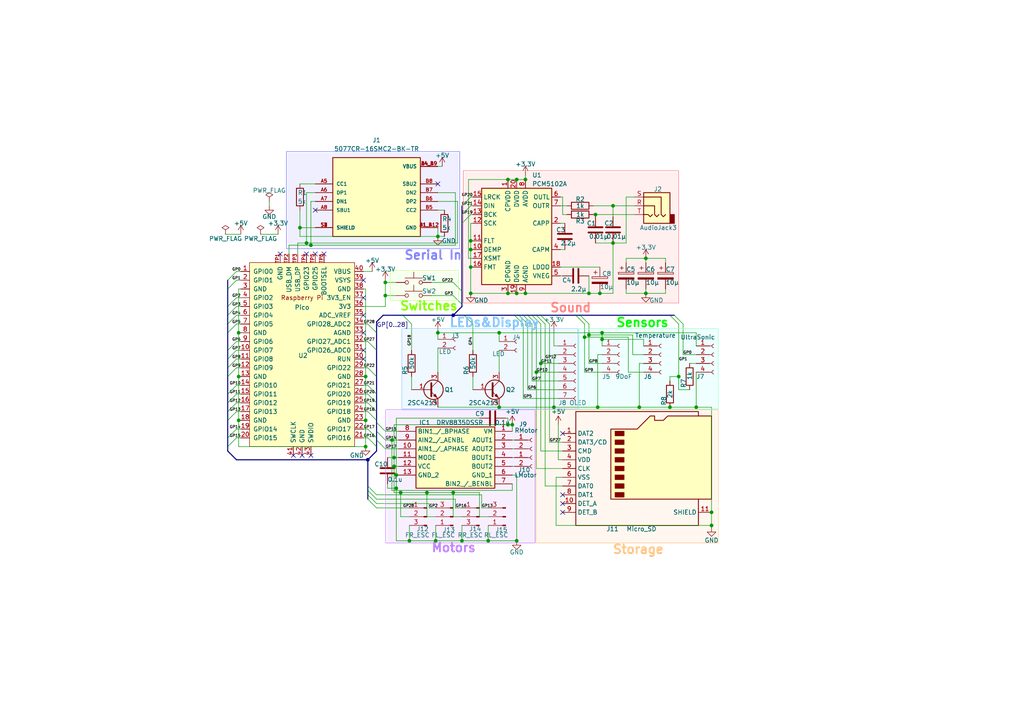
<source format=kicad_sch>
(kicad_sch (version 20230121) (generator eeschema)
  (paper "A4")
  (junction (at 114.935 141.605))
  (junction (at 136.525 85.09))
  (junction (at 173.355 118.11))
  (junction (at 106.045 121.92))
  (junction (at 152.4 85.09))
  (junction (at 86.995 66.04))
  (junction (at 114.935 137.795))
  (junction (at 88.9 70.485))
  (junction (at 187.325 74.93))
  (junction (at 69.215 96.52))
  (junction (at 147.32 123.19))
  (junction (at 123.825 142.875))
  (junction (at 127 96.52))
  (junction (at 111.76 81.915))
  (junction (at 113.665 127.635))
  (junction (at 116.205 142.875))
  (junction (at 187.325 85.09))
  (junction (at 90.17 71.12))
  (junction (at 206.375 152.4))
  (junction (at 118.745 156.845))
  (junction (at 69.215 121.92))
  (junction (at 127 68.58))
  (junction (at 149.86 85.09))
  (junction (at 206.375 148.59))
  (junction (at 69.215 109.22))
  (junction (at 149.86 52.07))
  (junction (at 111.76 85.725))
  (junction (at 126.365 156.845))
  (junction (at 152.4 52.07))
  (junction (at 141.605 156.845))
  (junction (at 131.445 91.44))
  (junction (at 173.99 85.09))
  (junction (at 114.3 135.255))
  (junction (at 136.525 72.39))
  (junction (at 106.045 129.54))
  (junction (at 144.78 96.52))
  (junction (at 174.625 98.425))
  (junction (at 149.86 156.845))
  (junction (at 106.045 109.22))
  (junction (at 155.575 107.95))
  (junction (at 147.32 85.09))
  (junction (at 177.8 70.485))
  (junction (at 201.93 118.11))
  (junction (at 136.525 77.47))
  (junction (at 136.525 69.85))
  (junction (at 196.85 109.22))
  (junction (at 177.8 59.69))
  (junction (at 144.78 118.11))
  (junction (at 131.445 142.875))
  (junction (at 148.59 123.19))
  (junction (at 133.985 156.845))
  (junction (at 172.72 62.23))
  (junction (at 194.31 118.11))
  (junction (at 169.545 97.79))
  (junction (at 147.32 52.07))
  (junction (at 170.815 97.155))
  (junction (at 170.815 85.09))
  (junction (at 106.68 133.35))
  (junction (at 160.655 118.11))
  (junction (at 156.845 105.41))
  (junction (at 114.3 132.715))
  (junction (at 185.42 118.11))
  (junction (at 174.625 96.52))
  (no_connect (at 88.9 73.66))
  (no_connect (at 163.195 125.73))
  (no_connect (at 105.41 96.52))
  (no_connect (at 93.98 73.66))
  (no_connect (at 105.41 81.28))
  (no_connect (at 105.41 101.6))
  (no_connect (at 81.28 73.66))
  (no_connect (at 163.195 143.51))
  (no_connect (at 87.63 132.08))
  (no_connect (at 91.44 60.96))
  (no_connect (at 90.17 132.08))
  (no_connect (at 91.44 73.66))
  (no_connect (at 163.195 146.05))
  (no_connect (at 85.09 132.08))
  (no_connect (at 163.195 148.59))
  (no_connect (at 127 53.34))
  (no_connect (at 105.41 104.14))
  (no_connect (at 105.41 91.44))
  (no_connect (at 105.41 86.36))
  (bus_entry (at 66.04 91.44) (size 2.54 -2.54))
  (bus_entry (at 133.985 64.77) (size 2.54 -2.54))
  (bus_entry (at 66.04 93.98) (size 2.54 -2.54))
  (bus_entry (at 109.22 127) (size -2.54 -2.54))
  (bus_entry (at 66.04 88.9) (size 2.54 -2.54))
  (bus_entry (at 159.385 93.98) (size -2.54 -2.54))
  (bus_entry (at 66.04 114.3) (size 2.54 -2.54))
  (bus_entry (at 109.22 116.84) (size -2.54 -2.54))
  (bus_entry (at 111.76 127.635) (size -2.54 -2.54))
  (bus_entry (at 153.035 93.98) (size -2.54 -2.54))
  (bus_entry (at 111.76 130.175) (size -2.54 -2.54))
  (bus_entry (at 151.765 93.98) (size -2.54 -2.54))
  (bus_entry (at 66.04 127) (size 2.54 -2.54))
  (bus_entry (at 158.115 93.98) (size -2.54 -2.54))
  (bus_entry (at 170.815 93.98) (size -2.54 -2.54))
  (bus_entry (at 133.985 59.69) (size 2.54 -2.54))
  (bus_entry (at 133.985 88.265) (size -2.54 -2.54))
  (bus_entry (at 109.22 96.52) (size -2.54 -2.54))
  (bus_entry (at 109.22 101.6) (size -2.54 -2.54))
  (bus_entry (at 109.22 147.32) (size -2.54 -2.54))
  (bus_entry (at 133.985 62.23) (size 2.54 -2.54))
  (bus_entry (at 109.22 109.22) (size -2.54 -2.54))
  (bus_entry (at 66.04 106.68) (size 2.54 -2.54))
  (bus_entry (at 66.04 116.84) (size 2.54 -2.54))
  (bus_entry (at 66.04 121.92) (size 2.54 -2.54))
  (bus_entry (at 66.04 83.82) (size 2.54 -2.54))
  (bus_entry (at 109.22 121.92) (size -2.54 -2.54))
  (bus_entry (at 109.22 119.38) (size -2.54 -2.54))
  (bus_entry (at 109.22 143.51) (size -2.54 -2.54))
  (bus_entry (at 198.12 93.98) (size -2.54 -2.54))
  (bus_entry (at 66.04 104.14) (size 2.54 -2.54))
  (bus_entry (at 196.85 93.98) (size -2.54 -2.54))
  (bus_entry (at 134.62 91.44) (size 2.54 2.54))
  (bus_entry (at 116.84 91.44) (size 2.54 2.54))
  (bus_entry (at 154.305 93.98) (size -2.54 -2.54))
  (bus_entry (at 66.04 129.54) (size 2.54 -2.54))
  (bus_entry (at 111.76 125.095) (size -2.54 -2.54))
  (bus_entry (at 66.04 119.38) (size 2.54 -2.54))
  (bus_entry (at 133.985 84.455) (size -2.54 -2.54))
  (bus_entry (at 156.845 93.98) (size -2.54 -2.54))
  (bus_entry (at 109.22 146.05) (size -2.54 -2.54))
  (bus_entry (at 66.04 101.6) (size 2.54 -2.54))
  (bus_entry (at 66.04 96.52) (size 2.54 -2.54))
  (bus_entry (at 66.04 81.28) (size 2.54 -2.54))
  (bus_entry (at 109.22 129.54) (size -2.54 -2.54))
  (bus_entry (at 155.575 93.98) (size -2.54 -2.54))
  (bus_entry (at 109.22 144.78) (size -2.54 -2.54))
  (bus_entry (at 169.545 93.98) (size -2.54 -2.54))
  (bus_entry (at 109.22 114.3) (size -2.54 -2.54))
  (bus_entry (at 66.04 109.22) (size 2.54 -2.54))
  (wire (pts (xy 69.215 83.82) (xy 69.215 96.52)))
  (bus (pts (xy 131.445 91.44) (xy 134.62 91.44)))
  (wire (pts (xy 68.58 104.14) (xy 69.85 104.14)))
  (wire (pts (xy 152.4 85.09) (xy 170.815 85.09)))
  (wire (pts (xy 118.745 152.4) (xy 118.745 156.845)))
  (wire (pts (xy 201.93 107.95) (xy 201.93 118.11)))
  (wire (pts (xy 170.815 85.09) (xy 173.99 85.09)))
  (bus (pts (xy 106.68 133.35) (xy 106.68 140.97)))
  (wire (pts (xy 146.685 121.285) (xy 147.32 121.285)))
  (wire (pts (xy 69.215 129.54) (xy 106.045 129.54)))
  (wire (pts (xy 105.41 109.22) (xy 106.045 109.22)))
  (bus (pts (xy 167.005 91.44) (xy 168.275 91.44)))
  (bus (pts (xy 66.04 116.84) (xy 66.04 119.38)))
  (wire (pts (xy 183.515 97.155) (xy 170.815 97.155)))
  (wire (pts (xy 91.44 58.42) (xy 90.17 58.42)))
  (wire (pts (xy 136.525 72.39) (xy 137.16 72.39)))
  (wire (pts (xy 105.41 106.68) (xy 106.68 106.68)))
  (wire (pts (xy 139.065 149.86) (xy 141.605 149.86)))
  (wire (pts (xy 86.36 70.485) (xy 88.9 70.485)))
  (wire (pts (xy 131.445 142.875) (xy 139.065 142.875)))
  (bus (pts (xy 133.985 88.265) (xy 133.985 88.9)))
  (bus (pts (xy 66.04 109.22) (xy 66.04 114.3)))
  (wire (pts (xy 186.69 100.33) (xy 186.69 98.425)))
  (wire (pts (xy 136.525 69.85) (xy 137.16 69.85)))
  (wire (pts (xy 90.17 71.12) (xy 132.08 71.12)))
  (wire (pts (xy 109.22 144.78) (xy 132.08 144.78)))
  (wire (pts (xy 112.395 141.605) (xy 114.935 141.605)))
  (wire (pts (xy 106.045 83.82) (xy 106.045 109.22)))
  (wire (pts (xy 139.7 143.51) (xy 139.7 147.32)))
  (wire (pts (xy 148.59 130.175) (xy 149.225 130.175)))
  (wire (pts (xy 68.58 116.84) (xy 69.85 116.84)))
  (wire (pts (xy 83.82 71.12) (xy 83.82 73.66)))
  (wire (pts (xy 127 100.965) (xy 127 107.95)))
  (wire (pts (xy 148.59 132.715) (xy 149.225 132.715)))
  (wire (pts (xy 114.935 121.285) (xy 139.065 121.285)))
  (wire (pts (xy 105.41 124.46) (xy 106.68 124.46)))
  (wire (pts (xy 151.765 93.98) (xy 151.765 115.57)))
  (wire (pts (xy 127 68.58) (xy 86.995 68.58)))
  (bus (pts (xy 66.04 114.3) (xy 66.04 116.84)))
  (bus (pts (xy 66.04 106.68) (xy 66.04 109.22)))
  (wire (pts (xy 111.76 125.095) (xy 115.57 125.095)))
  (wire (pts (xy 182.245 107.95) (xy 182.245 97.79)))
  (bus (pts (xy 106.68 140.97) (xy 106.68 142.24)))
  (wire (pts (xy 69.215 109.22) (xy 69.215 121.92)))
  (bus (pts (xy 111.125 91.44) (xy 116.84 91.44)))
  (wire (pts (xy 148.59 135.255) (xy 149.225 135.255)))
  (wire (pts (xy 173.99 85.09) (xy 177.8 85.09)))
  (wire (pts (xy 144.78 118.11) (xy 160.655 118.11)))
  (wire (pts (xy 194.31 109.22) (xy 196.85 109.22)))
  (wire (pts (xy 136.525 62.23) (xy 137.16 62.23)))
  (bus (pts (xy 109.22 93.345) (xy 109.22 96.52)))
  (wire (pts (xy 88.9 55.88) (xy 88.9 70.485)))
  (bus (pts (xy 66.04 129.54) (xy 66.04 130.81)))
  (wire (pts (xy 136.525 64.77) (xy 137.16 64.77)))
  (wire (pts (xy 187.325 85.09) (xy 193.04 85.09)))
  (wire (pts (xy 118.745 156.845) (xy 126.365 156.845)))
  (wire (pts (xy 119.38 93.98) (xy 119.38 101.6)))
  (bus (pts (xy 109.22 130.81) (xy 109.22 129.54)))
  (wire (pts (xy 68.58 114.3) (xy 69.85 114.3)))
  (wire (pts (xy 75.565 67.945) (xy 80.645 67.945)))
  (wire (pts (xy 83.82 71.12) (xy 90.17 71.12)))
  (wire (pts (xy 105.41 121.92) (xy 106.045 121.92)))
  (wire (pts (xy 116.205 149.86) (xy 118.745 149.86)))
  (wire (pts (xy 132.715 70.485) (xy 132.715 58.42)))
  (wire (pts (xy 105.41 119.38) (xy 106.68 119.38)))
  (wire (pts (xy 114.3 135.255) (xy 115.57 135.255)))
  (wire (pts (xy 206.375 118.11) (xy 206.375 148.59)))
  (wire (pts (xy 113.665 142.24) (xy 148.59 142.24)))
  (wire (pts (xy 185.42 118.11) (xy 194.31 118.11)))
  (bus (pts (xy 68.58 133.35) (xy 106.68 133.35)))
  (bus (pts (xy 109.22 119.38) (xy 109.22 121.92)))
  (wire (pts (xy 127 96.52) (xy 144.78 96.52)))
  (bus (pts (xy 66.04 83.82) (xy 66.04 88.9)))
  (wire (pts (xy 172.085 59.69) (xy 177.8 59.69)))
  (wire (pts (xy 111.76 85.725) (xy 114.935 85.725)))
  (wire (pts (xy 88.9 70.485) (xy 132.715 70.485)))
  (wire (pts (xy 91.44 55.88) (xy 88.9 55.88)))
  (bus (pts (xy 133.985 59.69) (xy 133.985 62.23)))
  (wire (pts (xy 136.525 57.15) (xy 137.16 57.15)))
  (bus (pts (xy 66.04 93.98) (xy 66.04 96.52)))
  (wire (pts (xy 136.525 59.69) (xy 137.16 59.69)))
  (wire (pts (xy 136.525 64.77) (xy 136.525 69.85)))
  (bus (pts (xy 106.68 133.35) (xy 109.22 130.81)))
  (wire (pts (xy 169.545 93.98) (xy 169.545 97.79)))
  (wire (pts (xy 114.3 123.19) (xy 147.32 123.19)))
  (wire (pts (xy 170.815 93.98) (xy 170.815 97.155)))
  (bus (pts (xy 153.035 91.44) (xy 154.305 91.44)))
  (wire (pts (xy 169.545 97.79) (xy 169.545 107.95)))
  (wire (pts (xy 136.525 77.47) (xy 137.16 77.47)))
  (wire (pts (xy 163.195 62.23) (xy 164.465 62.23)))
  (bus (pts (xy 66.04 96.52) (xy 66.04 101.6)))
  (wire (pts (xy 111.76 81.915) (xy 111.76 81.28)))
  (bus (pts (xy 109.22 93.345) (xy 111.125 91.44)))
  (wire (pts (xy 105.41 111.76) (xy 106.68 111.76)))
  (wire (pts (xy 68.58 127) (xy 69.85 127)))
  (wire (pts (xy 148.59 127.635) (xy 149.225 127.635)))
  (wire (pts (xy 155.575 93.98) (xy 155.575 107.95)))
  (wire (pts (xy 106.045 109.22) (xy 106.045 121.92)))
  (wire (pts (xy 111.76 88.9) (xy 111.76 85.725)))
  (wire (pts (xy 193.04 76.2) (xy 193.04 74.93)))
  (wire (pts (xy 144.78 99.06) (xy 144.78 96.52)))
  (wire (pts (xy 105.41 78.74) (xy 107.95 78.74)))
  (wire (pts (xy 161.925 115.57) (xy 151.765 115.57)))
  (wire (pts (xy 127 66.04) (xy 127 68.58)))
  (wire (pts (xy 127 55.88) (xy 132.08 55.88)))
  (bus (pts (xy 109.22 101.6) (xy 109.22 109.22)))
  (bus (pts (xy 133.985 88.9) (xy 131.445 91.44)))
  (wire (pts (xy 69.215 121.92) (xy 69.215 129.54)))
  (wire (pts (xy 133.985 156.845) (xy 141.605 156.845)))
  (wire (pts (xy 206.375 152.4) (xy 206.375 153.035)))
  (wire (pts (xy 90.17 58.42) (xy 90.17 71.12)))
  (bus (pts (xy 66.04 119.38) (xy 66.04 121.92)))
  (wire (pts (xy 161.29 138.43) (xy 163.195 138.43)))
  (wire (pts (xy 162.56 57.15) (xy 163.195 57.15)))
  (wire (pts (xy 114.935 137.795) (xy 114.935 121.285)))
  (wire (pts (xy 181.61 57.15) (xy 181.61 70.485)))
  (bus (pts (xy 109.22 121.92) (xy 109.22 122.555)))
  (wire (pts (xy 109.22 143.51) (xy 139.7 143.51)))
  (wire (pts (xy 86.995 53.34) (xy 91.44 53.34)))
  (wire (pts (xy 201.93 118.11) (xy 194.31 118.11)))
  (wire (pts (xy 201.93 118.11) (xy 206.375 118.11)))
  (wire (pts (xy 113.665 127.635) (xy 115.57 127.635)))
  (wire (pts (xy 68.58 93.98) (xy 69.85 93.98)))
  (wire (pts (xy 152.4 50.8) (xy 152.4 52.07)))
  (wire (pts (xy 181.61 74.93) (xy 187.325 74.93)))
  (bus (pts (xy 133.985 64.77) (xy 133.985 84.455)))
  (wire (pts (xy 161.29 138.43) (xy 161.29 152.4)))
  (wire (pts (xy 198.12 102.87) (xy 201.93 102.87)))
  (wire (pts (xy 173.355 102.87) (xy 174.625 102.87)))
  (wire (pts (xy 174.625 96.52) (xy 201.93 96.52)))
  (wire (pts (xy 187.325 83.82) (xy 187.325 85.09)))
  (wire (pts (xy 135.89 52.07) (xy 147.32 52.07)))
  (wire (pts (xy 126.365 149.86) (xy 123.825 149.86)))
  (wire (pts (xy 206.375 148.59) (xy 206.375 152.4)))
  (bus (pts (xy 109.22 119.38) (xy 109.22 116.84)))
  (wire (pts (xy 172.72 62.23) (xy 172.72 62.865)))
  (wire (pts (xy 177.8 59.69) (xy 177.8 62.865)))
  (wire (pts (xy 177.8 70.485) (xy 181.61 70.485)))
  (bus (pts (xy 194.31 91.44) (xy 195.58 91.44)))
  (bus (pts (xy 109.22 114.3) (xy 109.22 116.84)))
  (wire (pts (xy 114.935 137.795) (xy 114.935 141.605)))
  (wire (pts (xy 68.58 119.38) (xy 69.85 119.38)))
  (wire (pts (xy 154.305 93.98) (xy 154.305 110.49)))
  (wire (pts (xy 170.815 80.01) (xy 170.815 85.09)))
  (wire (pts (xy 127 68.58) (xy 128.905 68.58)))
  (wire (pts (xy 131.445 149.86) (xy 131.445 142.875)))
  (wire (pts (xy 186.69 105.41) (xy 185.42 105.41)))
  (bus (pts (xy 66.04 130.81) (xy 68.58 133.35)))
  (bus (pts (xy 154.305 91.44) (xy 155.575 91.44)))
  (bus (pts (xy 109.22 109.22) (xy 109.22 114.3)))
  (wire (pts (xy 196.85 93.98) (xy 196.85 109.22)))
  (bus (pts (xy 151.765 91.44) (xy 153.035 91.44)))
  (wire (pts (xy 114.935 141.605) (xy 114.935 156.845)))
  (bus (pts (xy 109.22 127.635) (xy 109.22 129.54)))
  (wire (pts (xy 181.61 57.15) (xy 184.15 57.15)))
  (wire (pts (xy 181.61 83.82) (xy 181.61 85.09)))
  (wire (pts (xy 116.205 142.875) (xy 116.205 149.86)))
  (wire (pts (xy 112.395 132.715) (xy 114.3 132.715)))
  (wire (pts (xy 147.32 121.285) (xy 147.32 123.19)))
  (wire (pts (xy 163.195 130.81) (xy 156.845 130.81)))
  (wire (pts (xy 148.59 123.19) (xy 148.59 125.095)))
  (wire (pts (xy 155.575 107.95) (xy 161.925 107.95)))
  (wire (pts (xy 163.195 133.35) (xy 161.925 133.35)))
  (bus (pts (xy 106.68 142.24) (xy 106.68 143.51)))
  (wire (pts (xy 187.325 74.93) (xy 193.04 74.93)))
  (wire (pts (xy 187.325 74.93) (xy 187.325 76.2)))
  (wire (pts (xy 181.61 85.09) (xy 187.325 85.09)))
  (wire (pts (xy 68.58 111.76) (xy 69.85 111.76)))
  (wire (pts (xy 106.045 121.92) (xy 106.045 129.54)))
  (wire (pts (xy 149.86 85.09) (xy 152.4 85.09)))
  (wire (pts (xy 149.86 52.07) (xy 152.4 52.07)))
  (bus (pts (xy 156.845 91.44) (xy 167.005 91.44)))
  (wire (pts (xy 162.56 64.77) (xy 163.83 64.77)))
  (wire (pts (xy 109.22 146.05) (xy 124.46 146.05)))
  (bus (pts (xy 155.575 91.44) (xy 156.845 91.44)))
  (wire (pts (xy 124.46 146.05) (xy 124.46 147.32)))
  (wire (pts (xy 136.525 72.39) (xy 136.525 77.47)))
  (wire (pts (xy 148.59 137.795) (xy 149.86 137.795)))
  (bus (pts (xy 149.225 91.44) (xy 150.495 91.44)))
  (wire (pts (xy 170.815 97.155) (xy 170.815 105.41)))
  (wire (pts (xy 114.935 81.915) (xy 111.76 81.915)))
  (bus (pts (xy 66.04 104.14) (xy 66.04 106.68)))
  (bus (pts (xy 66.04 81.28) (xy 66.04 83.82)))
  (wire (pts (xy 127 48.26) (xy 128.27 48.26)))
  (wire (pts (xy 124.46 147.32) (xy 126.365 147.32)))
  (wire (pts (xy 126.365 152.4) (xy 126.365 156.845)))
  (bus (pts (xy 109.22 127) (xy 109.22 127.635)))
  (wire (pts (xy 182.245 107.95) (xy 186.69 107.95)))
  (wire (pts (xy 86.995 60.96) (xy 86.995 66.04)))
  (wire (pts (xy 163.195 57.15) (xy 163.195 62.23)))
  (wire (pts (xy 141.605 156.845) (xy 149.86 156.845)))
  (wire (pts (xy 159.385 93.98) (xy 159.385 128.27)))
  (wire (pts (xy 172.72 70.485) (xy 177.8 70.485)))
  (wire (pts (xy 114.3 132.715) (xy 115.57 132.715)))
  (wire (pts (xy 69.215 109.22) (xy 69.85 109.22)))
  (wire (pts (xy 133.985 149.86) (xy 131.445 149.86)))
  (wire (pts (xy 162.56 72.39) (xy 163.83 72.39)))
  (wire (pts (xy 162.56 59.69) (xy 164.465 59.69)))
  (wire (pts (xy 147.32 52.07) (xy 149.86 52.07)))
  (wire (pts (xy 170.815 105.41) (xy 174.625 105.41)))
  (wire (pts (xy 68.58 124.46) (xy 69.85 124.46)))
  (wire (pts (xy 65.405 67.945) (xy 69.85 67.945)))
  (wire (pts (xy 111.76 127.635) (xy 113.665 127.635)))
  (wire (pts (xy 147.32 123.19) (xy 148.59 123.19)))
  (wire (pts (xy 125.095 85.725) (xy 131.445 85.725)))
  (wire (pts (xy 163.195 140.97) (xy 158.115 140.97)))
  (wire (pts (xy 68.58 81.28) (xy 69.85 81.28)))
  (wire (pts (xy 136.525 77.47) (xy 136.525 85.09)))
  (wire (pts (xy 160.655 118.11) (xy 173.355 118.11)))
  (wire (pts (xy 162.56 77.47) (xy 173.99 77.47)))
  (wire (pts (xy 177.8 59.69) (xy 184.15 59.69)))
  (bus (pts (xy 66.04 127) (xy 66.04 129.54)))
  (wire (pts (xy 118.745 147.32) (xy 109.22 147.32)))
  (wire (pts (xy 201.93 96.52) (xy 201.93 100.33)))
  (wire (pts (xy 194.31 110.49) (xy 194.31 109.22)))
  (wire (pts (xy 123.825 149.86) (xy 123.825 142.875)))
  (wire (pts (xy 69.215 96.52) (xy 69.215 109.22)))
  (bus (pts (xy 150.495 91.44) (xy 151.765 91.44)))
  (wire (pts (xy 137.16 74.93) (xy 135.89 74.93)))
  (wire (pts (xy 119.38 109.22) (xy 119.38 113.03)))
  (wire (pts (xy 68.58 78.74) (xy 69.85 78.74)))
  (wire (pts (xy 183.515 102.87) (xy 183.515 97.155)))
  (wire (pts (xy 111.76 85.725) (xy 111.76 81.915)))
  (wire (pts (xy 181.61 76.2) (xy 181.61 74.93)))
  (wire (pts (xy 105.41 114.3) (xy 106.68 114.3)))
  (wire (pts (xy 132.08 55.88) (xy 132.08 71.12)))
  (wire (pts (xy 86.995 68.58) (xy 86.995 66.04)))
  (wire (pts (xy 135.89 74.93) (xy 135.89 52.07)))
  (wire (pts (xy 137.16 109.22) (xy 137.16 113.03)))
  (wire (pts (xy 161.925 100.33) (xy 160.655 100.33)))
  (wire (pts (xy 185.42 105.41) (xy 185.42 118.11)))
  (wire (pts (xy 139.7 147.32) (xy 141.605 147.32)))
  (wire (pts (xy 174.625 100.33) (xy 174.625 98.425)))
  (wire (pts (xy 169.545 107.95) (xy 174.625 107.95)))
  (bus (pts (xy 109.22 122.555) (xy 109.22 125.095)))
  (wire (pts (xy 172.085 62.23) (xy 172.72 62.23)))
  (wire (pts (xy 149.86 137.795) (xy 149.86 156.845)))
  (wire (pts (xy 113.665 127.635) (xy 113.665 142.24)))
  (wire (pts (xy 69.215 96.52) (xy 69.85 96.52)))
  (wire (pts (xy 127 95.885) (xy 127 96.52)))
  (wire (pts (xy 161.925 102.87) (xy 160.655 102.87)))
  (wire (pts (xy 112.395 140.335) (xy 112.395 141.605)))
  (wire (pts (xy 105.41 83.82) (xy 106.045 83.82)))
  (wire (pts (xy 133.985 152.4) (xy 133.985 156.845)))
  (bus (pts (xy 106.68 143.51) (xy 106.68 144.78)))
  (wire (pts (xy 86.995 66.04) (xy 91.44 66.04)))
  (wire (pts (xy 68.58 101.6) (xy 69.85 101.6)))
  (wire (pts (xy 159.385 128.27) (xy 163.195 128.27)))
  (wire (pts (xy 144.78 101.6) (xy 144.78 107.95)))
  (bus (pts (xy 134.62 91.44) (xy 149.225 91.44)))
  (wire (pts (xy 114.3 123.19) (xy 114.3 132.715)))
  (wire (pts (xy 114.3 132.715) (xy 114.3 135.255)))
  (bus (pts (xy 109.22 96.52) (xy 109.22 101.6)))
  (wire (pts (xy 158.115 93.98) (xy 158.115 140.97)))
  (wire (pts (xy 186.69 98.425) (xy 174.625 98.425)))
  (wire (pts (xy 111.76 130.175) (xy 115.57 130.175)))
  (wire (pts (xy 156.845 105.41) (xy 161.925 105.41)))
  (wire (pts (xy 127 96.52) (xy 127 98.425)))
  (wire (pts (xy 200.025 105.41) (xy 201.93 105.41)))
  (wire (pts (xy 156.845 105.41) (xy 156.845 130.81)))
  (wire (pts (xy 132.08 144.78) (xy 132.08 147.32)))
  (wire (pts (xy 68.58 91.44) (xy 69.85 91.44)))
  (wire (pts (xy 68.58 99.06) (xy 69.85 99.06)))
  (wire (pts (xy 127 60.96) (xy 128.905 60.96)))
  (wire (pts (xy 155.575 107.95) (xy 155.575 135.89)))
  (wire (pts (xy 105.41 88.9) (xy 111.76 88.9)))
  (wire (pts (xy 126.365 156.845) (xy 133.985 156.845)))
  (wire (pts (xy 105.41 93.98) (xy 106.68 93.98)))
  (bus (pts (xy 133.985 84.455) (xy 133.985 88.265)))
  (wire (pts (xy 86.36 73.66) (xy 86.36 70.485)))
  (wire (pts (xy 115.57 137.795) (xy 114.935 137.795)))
  (wire (pts (xy 105.41 99.06) (xy 106.68 99.06)))
  (bus (pts (xy 66.04 101.6) (xy 66.04 104.14)))
  (bus (pts (xy 109.22 125.095) (xy 109.22 127)))
  (bus (pts (xy 168.275 91.44) (xy 194.31 91.44)))
  (wire (pts (xy 161.29 152.4) (xy 206.375 152.4)))
  (wire (pts (xy 200.025 113.03) (xy 196.85 113.03)))
  (wire (pts (xy 105.41 127) (xy 106.68 127)))
  (wire (pts (xy 127 118.11) (xy 144.78 118.11)))
  (wire (pts (xy 169.545 97.79) (xy 182.245 97.79)))
  (wire (pts (xy 153.035 113.03) (xy 161.925 113.03)))
  (wire (pts (xy 105.41 116.84) (xy 106.68 116.84)))
  (wire (pts (xy 114.935 156.845) (xy 118.745 156.845)))
  (wire (pts (xy 136.525 69.85) (xy 136.525 72.39)))
  (wire (pts (xy 116.205 142.875) (xy 123.825 142.875)))
  (wire (pts (xy 148.59 140.335) (xy 148.59 142.24)))
  (bus (pts (xy 133.985 62.23) (xy 133.985 64.77)))
  (wire (pts (xy 160.655 95.885) (xy 160.655 100.33)))
  (wire (pts (xy 196.85 109.22) (xy 196.85 113.03)))
  (wire (pts (xy 147.32 85.09) (xy 149.86 85.09)))
  (wire (pts (xy 68.58 106.68) (xy 69.85 106.68)))
  (wire (pts (xy 139.065 142.875) (xy 139.065 149.86)))
  (wire (pts (xy 163.195 135.89) (xy 155.575 135.89)))
  (wire (pts (xy 125.095 81.915) (xy 131.445 81.915)))
  (wire (pts (xy 153.035 93.98) (xy 153.035 113.03)))
  (wire (pts (xy 174.625 96.52) (xy 174.625 98.425)))
  (wire (pts (xy 114.3 142.875) (xy 116.205 142.875)))
  (wire (pts (xy 132.08 147.32) (xy 133.985 147.32)))
  (wire (pts (xy 186.69 102.87) (xy 183.515 102.87)))
  (wire (pts (xy 156.845 93.98) (xy 156.845 105.41)))
  (wire (pts (xy 69.215 121.92) (xy 69.85 121.92)))
  (wire (pts (xy 141.605 152.4) (xy 141.605 156.845)))
  (wire (pts (xy 193.04 83.82) (xy 193.04 85.09)))
  (wire (pts (xy 161.925 123.19) (xy 161.925 133.35)))
  (bus (pts (xy 66.04 91.44) (xy 66.04 93.98)))
  (wire (pts (xy 198.12 93.98) (xy 198.12 102.87)))
  (wire (pts (xy 177.8 70.485) (xy 177.8 85.09)))
  (bus (pts (xy 66.04 88.9) (xy 66.04 91.44)))
  (wire (pts (xy 114.3 135.255) (xy 114.3 142.875)))
  (wire (pts (xy 78.105 58.42) (xy 78.105 59.69)))
  (bus (pts (xy 66.04 121.92) (xy 66.04 127)))
  (wire (pts (xy 68.58 86.36) (xy 69.85 86.36)))
  (wire (pts (xy 144.78 96.52) (xy 174.625 96.52)))
  (wire (pts (xy 172.72 62.23) (xy 184.15 62.23)))
  (wire (pts (xy 123.825 142.875) (xy 131.445 142.875)))
  (wire (pts (xy 173.355 102.87) (xy 173.355 118.11)))
  (wire (pts (xy 69.85 83.82) (xy 69.215 83.82)))
  (wire (pts (xy 154.305 110.49) (xy 161.925 110.49)))
  (bus (pts (xy 116.84 91.44) (xy 131.445 91.44)))
  (wire (pts (xy 137.16 93.98) (xy 137.16 101.6)))
  (wire (pts (xy 162.56 80.01) (xy 163.195 80.01)))
  (wire (pts (xy 132.715 58.42) (xy 127 58.42)))
  (wire (pts (xy 173.355 118.11) (xy 185.42 118.11)))
  (wire (pts (xy 160.655 102.87) (xy 160.655 118.11)))
  (wire (pts (xy 136.525 85.09) (xy 147.32 85.09)))
  (wire (pts (xy 68.58 88.9) (xy 69.85 88.9)))
  (rectangle (start 113.157 78.486) (end 132.969 87.122) (stroke (width 0) (color 191 255 127 1)) (fill (type color) (color 247 255 239 1)))
  (rectangle (start 167.894 95.377) (end 208.28 118.618) (stroke (width 0) (color 127 255 191 1)) (fill (type color) (color 239 255 255 1)))
  (rectangle (start 111.887 118.872) (end 155.194 157.48) (stroke (width 0) (color 191 127 255 1)) (fill (type color) (color 247 239 255 1)))
  (rectangle (start 134.366 49.53) (end 196.85 87.884) (stroke (width 0) (color 255 127 127 1)) (fill (type color) (color 255 239 239 1)))
  (rectangle (start 116.586 95.377) (end 167.64 118.618) (stroke (width 0) (color 127 191 255 1)) (fill (type color) (color 239 247 255 1)))
  (rectangle (start 155.448 118.872) (end 208.28 157.48) (stroke (width 0) (color 255 191 127 1)) (fill (type color) (color 255 247 239 1)))
  (rectangle (start 83.058 43.942) (end 133.35 72.136) (stroke (width 0) (color 127 127 255 1)) (fill (type color) (color 239 239 255 1)))
  (text "Sensors\n" (at 178.562 95.25 0) (effects (font (size 2.54 2.54) (thickness 0.508) bold) (justify left bottom)))
  (text "LEDs&Display" (at 130.175 95.25 0) (effects (font (size 2.54 2.54) (thickness 0.508) bold) (justify left bottom)))
  (text "Serial In" (at 117.094 75.692 0) (effects (font (size 2.54 2.54) (thickness 0.508) bold) (justify left bottom)))
  (text "Switches" (at 115.824 90.424 0) (effects (font (size 2.54 2.54) (thickness 0.508) bold) (justify left bottom)))
  (text "Motors" (at 124.968 160.528 0) (effects (font (size 2.54 2.54) (thickness 0.508) bold) (justify left bottom)))
  (text "Sound" (at 159.385 90.932 0) (effects (font (size 2.54 2.54) (thickness 0.508) bold) (justify left bottom)))
  (text "Storage" (at 177.546 161.036 0) (effects (font (size 2.54 2.54) (thickness 0.508) bold) (justify left bottom)))
  (label "GP8" (at 170.815 105.41 0) (effects (font (size 0.8 0.8))))
  (label "GP1" (at 69.85 81.28 180) (effects (font (size 0.8 0.8))))
  (label "GP15" (at 111.76 125.095 0) (effects (font (size 0.8 0.8))))
  (label "GP0" (at 198.12 102.87 0) (effects (font (size 0.8 0.8))))
  (label "GP20" (at 137.16 57.15 180) (effects (font (size 0.8 0.8))))
  (label "GP27" (at 105.41 99.06 0) (effects (font (size 0.8 0.8))))
  (label "GP14" (at 111.76 127.635 0) (effects (font (size 0.8 0.8))))
  (label "GP18" (at 119.38 100.33 90) (effects (font (size 0.8 0.8))))
  (label "GP10" (at 69.85 111.76 180) (effects (font (size 0.8 0.8))))
  (label "GP12" (at 158.115 104.14 0) (effects (font (size 0.8 0.8))))
  (label "GP20" (at 105.41 114.3 0) (effects (font (size 0.8 0.8))))
  (label "GP1" (at 196.85 104.775 0) (effects (font (size 0.8 0.8))))
  (label "GP22" (at 131.445 81.915 180) (effects (font (size 0.8 0.8))))
  (label "GP27" (at 159.385 128.27 0) (effects (font (size 0.8 0.8))))
  (label "GP5" (at 151.765 115.57 0) (effects (font (size 0.8 0.8))))
  (label "GP2" (at 124.46 147.32 0) (effects (font (size 0.8 0.8))))
  (label "GP0" (at 69.85 78.74 180) (effects (font (size 0.8 0.8))))
  (label "GP7" (at 154.305 110.49 0) (effects (font (size 0.8 0.8))))
  (label "GP7" (at 69.85 101.6 180) (effects (font (size 0.8 0.8))))
  (label "GP16" (at 105.41 127 0) (effects (font (size 0.8 0.8))))
  (label "GP4" (at 137.16 100.203 90) (effects (font (size 0.8 0.8))))
  (label "GP10" (at 155.575 107.95 0) (effects (font (size 0.8 0.8))))
  (label "GP8" (at 69.85 104.14 180) (effects (font (size 0.8 0.8))))
  (label "GP13" (at 69.85 119.38 180) (effects (font (size 0.8 0.8))))
  (label "GP3" (at 131.445 85.725 180) (effects (font (size 0.8 0.8))))
  (label "GP9" (at 169.545 107.95 0) (effects (font (size 0.8 0.8))))
  (label "GP[0..28]" (at 109.22 95.25 0))
  (label "GP12" (at 69.85 116.84 180) (effects (font (size 0.8 0.8))))
  (label "GP14" (at 69.85 124.46 180) (effects (font (size 0.8 0.8))))
  (label "GP21" (at 137.16 59.69 180) (effects (font (size 0.8 0.8))))
  (label "GP19" (at 137.16 62.23 180) (effects (font (size 0.8 0.8))))
  (label "GP4" (at 69.85 91.44 180) (effects (font (size 0.8 0.8))))
  (label "GP22" (at 105.41 106.68 0) (effects (font (size 0.8 0.8))))
  (label "GP28" (at 105.41 93.98 0) (effects (font (size 0.8 0.8))))
  (label "GP21" (at 105.41 111.76 0) (effects (font (size 0.8 0.8))))
  (label "GP5" (at 69.85 93.98 180) (effects (font (size 0.8 0.8))))
  (label "GP17" (at 111.76 130.175 0) (effects (font (size 0.8 0.8))))
  (label "GP9" (at 69.85 106.68 180) (effects (font (size 0.8 0.8))))
  (label "GP15" (at 69.85 127 180) (effects (font (size 0.8 0.8))))
  (label "GP19" (at 105.41 116.84 0) (effects (font (size 0.8 0.8))))
  (label "GP11" (at 156.845 105.41 0) (effects (font (size 0.8 0.8))))
  (label "GP2" (at 69.85 86.36 180) (effects (font (size 0.8 0.8))))
  (label "GP16" (at 132.08 147.32 0) (effects (font (size 0.8 0.8))))
  (label "GP17" (at 105.41 124.46 0) (effects (font (size 0.8 0.8))))
  (label "GP11" (at 69.85 114.3 180) (effects (font (size 0.8 0.8))))
  (label "GP13" (at 139.7 147.32 0) (effects (font (size 0.8 0.8))))
  (label "GP18" (at 105.41 119.38 0) (effects (font (size 0.8 0.8))))
  (label "GP28" (at 116.84 147.32 0) (effects (font (size 0.8 0.8))))
  (label "GP3" (at 69.85 88.9 180) (effects (font (size 0.8 0.8))))
  (label "GP6" (at 153.035 113.03 0) (effects (font (size 0.8 0.8))))
  (label "GP6" (at 69.85 99.06 180) (effects (font (size 0.8 0.8))))
  (symbol (lib_id "Device:C_Polarized") (at 173.99 81.28 0) (unit 1)
    (property "Reference" "C8" (at 174.625 79.375 0) (effects (justify left)))
    (property "Value" "10µ" (at 173.99 83.185 0) (effects (justify left)))
    (property "Footprint" "Capacitor_SMD:CP_Elec_4x5.4" (effects hide))
    (property "Datasheet" "https://www.mouser.jp/datasheet/2/315/RDE0000C1259-1772497.pdf" (effects hide))
    (property "Manufacturer_Name" "Panasonic" (effects hide))
    (property "Manufacturer_Part_Number" "EEE-FN1A100R" (effects hide))
    (property "Mouser Part Number" "667-EEE-FN1A100R" (effects hide))
    (property "Mouser Price/Stock" "https://www.mouser.jp/ProductDetail/667-EEE-FN1A100R" (effects hide))
  )
  (symbol (lib_id "power:+3.3V") (at 152.4 50.8 0) (unit 1)
    (property "Reference" "#PWR02" (effects hide))
    (property "Value" "+3.3V" (at 152.4 47.625 0))
  )
  (symbol (lib_id "Connector:Conn_01x03_Pin") (at 139.065 149.86 0) (mirror y) (unit 1)
    (property "Reference" "J14" (at 136.017 153.416 0) (effects (justify right)))
    (property "Value" "RR_ESC" (at 132.715 155.194 0) (effects (justify right)))
    (property "Footprint" "Connector_PinHeader_2.54mm:PinHeader_1x03_P2.54mm_Horizontal" (effects hide))
  )
  (symbol (lib_id "Connector:Conn_01x02_Socket") (at 154.305 127.635 0) (unit 1)
    (property "Reference" "J9" (at 150.495 123.063 0) (effects (justify left)))
    (property "Value" "RMotor" (at 149.225 124.841 0) (effects (justify left)))
    (property "Footprint" "Connector_PinSocket_2.54mm:PinSocket_1x02_P2.54mm_Vertical" (effects hide))
  )
  (symbol (lib_id "power:+5V") (at 148.59 123.19 0) (unit 1)
    (property "Reference" "#PWR014" (effects hide))
    (property "Value" "+5V" (at 148.59 119.38 0))
  )
  (symbol (lib_id "power:+3.3V") (at 160.655 95.885 0) (unit 1)
    (property "Reference" "#PWR013" (effects hide))
    (property "Value" "+3.3V" (at 160.655 92.71 0))
  )
  (symbol (lib_id "Device:C_Polarized") (at 181.61 80.01 0) (unit 1)
    (property "Reference" "C5" (at 181.61 78.105 0) (effects (justify left)))
    (property "Value" "10µ" (at 181.61 81.915 0) (effects (justify left)))
    (property "Footprint" "Capacitor_SMD:CP_Elec_4x5.4" (effects hide))
    (property "Datasheet" "https://www.mouser.jp/datasheet/2/315/RDE0000C1259-1772497.pdf" (effects hide))
    (property "Manufacturer_Name" "Panasonic" (effects hide))
    (property "Manufacturer_Part_Number" "EEE-FN1A100R" (effects hide))
    (property "Mouser Part Number" "667-EEE-FN1A100R" (effects hide))
    (property "Mouser Price/Stock" "https://www.mouser.jp/ProductDetail/667-EEE-FN1A100R" (effects hide))
  )
  (symbol (lib_id "Device:R") (at 128.905 64.77 180) (unit 1)
    (property "Reference" "R4" (at 128.27 63.5 0) (effects (justify right)))
    (property "Value" "5k" (at 128.27 66.04 0) (effects (justify right)))
    (property "Footprint" "Resistor_SMD:R_0603_1608Metric" (effects hide))
    (property "Datasheet" "https://www.koaspeer.com/pdfs/RN73H.pdf" (effects hide))
    (property "Manufacturer_Name" "KOA Speer" (effects hide))
    (property "Manufacturer_Part_Number" "RN73H1JTTD5101D100" (effects hide))
    (property "Mouser Part Number" "660-RN73H1JT5101D100" (effects hide))
    (property "Mouser Price/Stock" "https://www.mouser.jp/ProductDetail/660-RN73H1JT5101D100" (effects hide))
  )
  (symbol (lib_id "Connector:Conn_01x02_Socket") (at 154.305 132.715 0) (unit 1)
    (property "Reference" "J10" (at 150.241 136.271 0) (effects (justify left)))
    (property "Value" "LMotor" (at 149.225 137.795 0) (effects (justify left)))
    (property "Footprint" "Connector_PinSocket_2.54mm:PinSocket_1x02_P2.54mm_Vertical" (effects hide))
  )
  (symbol (lib_id "power:+5V") (at 128.27 48.26 0) (unit 1)
    (property "Reference" "#PWR01" (effects hide))
    (property "Value" "+5V" (at 128.27 45.085 0))
  )
  (symbol (lib_id "power:GND") (at 136.525 85.09 0) (unit 1)
    (property "Reference" "#PWR010" (effects hide))
    (property "Value" "GND" (at 139.573 87.122 0))
  )
  (symbol (lib_id "power:+3.3V") (at 187.325 74.93 0) (unit 1)
    (property "Reference" "#PWR07" (effects hide))
    (property "Value" "+3.3V" (at 187.325 71.755 0))
  )
  (symbol (lib_id "Device:R") (at 200.025 109.22 0) (unit 1)
    (property "Reference" "R7" (at 198.247 112.522 90) (effects (justify left)))
    (property "Value" "1k" (at 200.025 110.236 90) (effects (justify left)))
    (property "Footprint" "Resistor_SMD:R_0603_1608Metric" (effects hide))
    (property "Datasheet" "https://www.koaspeer.com/pdfs/RN73H.pdf" (effects hide))
    (property "Manufacturer_Name" "KOA Speer" (effects hide))
    (property "Manufacturer_Part_Number" "RN73H1JTTD1001F100" (effects hide))
    (property "Mouser Part Number" "660-RN73H1JT1001F100" (effects hide))
    (property "Mouser Price/Stock" "https://www.mouser.jp/ProductDetail/660-RN73H1JT1001F100" (effects hide))
  )
  (symbol (lib_id "Connector:Conn_01x04_Socket") (at 191.77 102.87 0) (unit 1)
    (property "Reference" "J6" (at 186.69 109.22 0) (effects (justify left)))
    (property "Value" "Temperature" (at 184.15 97.282 0) (effects (justify left)))
    (property "Footprint" "Connector_PinSocket_2.54mm:PinSocket_1x04_P2.54mm_Vertical" (effects hide))
  )
  (symbol (lib_id "Audio:PCM5102A") (at 149.86 67.31 0) (unit 1)
    (property "Reference" "U1" (at 154.3559 50.8 0) (effects (justify left)))
    (property "Value" "PCM5102A" (at 154.3559 53.34 0) (effects (justify left)))
    (property "Footprint" "Package_SO:TSSOP-20_4.4x6.5mm_P0.65mm" (effects hide))
    (property "Datasheet" "https://www.ti.com/lit/gpn/pcm5102a" (effects hide))
    (property "Manufacturer_Name" "Texas Instruments" (effects hide))
    (property "Manufacturer_Part_Number" "PCM5102APWR" (effects hide))
    (property "Mouser Part Number" "595-PCM5102APWR" (effects hide))
    (property "Mouser Price/Stock" "https://www.mouser.jp/ProductDetail/595-PCM5102APWR" (effects hide))
  )
  (symbol (lib_id "Transistor_BJT:2SC4213") (at 142.24 113.03 0) (unit 1)
    (property "Reference" "Q2" (at 146.685 113.03 0) (effects (justify left)))
    (property "Value" "2SC4213" (at 135.89 116.84 0) (effects (justify left)))
    (property "Footprint" "Package_TO_SOT_SMD:SOT-323_SC-70" (effects hide))
    (property "Datasheet" "https://www.mouser.jp/datasheet/2/408/2SC4213_datasheet_en_20210625-1090316.pdf" (effects hide))
    (property "Manufacturer_Name" "Toshiba" (effects hide))
    (property "Manufacturer_Part_Number" "2SC4213-A(TE85L,F)" (effects hide))
    (property "Mouser Part Number" "757-2SC4213-ATE85LF" (effects hide))
    (property "Mouser Price/Stock" "https://www.mouser.jp/ProductDetail/757-2SC4213-ATE85LF" (effects hide))
  )
  (symbol (lib_id "DRV8835DSSR:DRV8835DSSR") (at 148.59 125.095 0) (mirror y) (unit 1)
    (property "Reference" "IC1" (at 123.19 122.555 0))
    (property "Value" "DRV8835DSSR" (at 133.35 122.555 0))
    (property "Footprint" "DRV8835DSSR" (effects hide))
    (property "Datasheet" "http://www.ti.com/general/docs/suppproductinfo.tsp?distId=26&gotoUrl=http%3A%2F%2Fwww.ti.com%2Flit%2Fgpn%2Fdrv8835" (effects hide))
    (property "Mouser Part Number" "595-DRV8835DSSR" (effects hide))
    (property "Mouser Price/Stock" "https://www.mouser.co.uk/ProductDetail/Texas-Instruments/DRV8835DSSR?qs=UFc95S4Z4CYjBOyEmbTDlA%3D%3D" (effects hide))
    (property "Manufacturer_Name" "Texas Instruments" (effects hide))
    (property "Manufacturer_Part_Number" "DRV8835DSSR" (effects hide))
  )
  (symbol (lib_id "Device:C") (at 163.83 68.58 0) (unit 1)
    (property "Reference" "C3" (at 161.29 66.675 0) (effects (justify left)))
    (property "Value" "2.2µ" (at 162.56 70.485 0) (effects (justify left)))
    (property "Footprint" "Capacitor_SMD:C_0603_1608Metric" (effects hide))
    (property "Datasheet" "https://www.mouser.jp/datasheet/2/281/1/GRM188R61H225KE11_01A-1985876.pdf" (effects hide))
    (property "Manufacturer_Name" "Murata Electronics" (effects hide))
    (property "Manufacturer_Part_Number" "GRM188R61H225KE11D" (effects hide))
    (property "Mouser Part Number" "81-GRM188R61H225KE1D" (effects hide))
    (property "Mouser Price/Stock" "https://www.mouser.jp/ProductDetail/81-GRM188R61H225KE1D" (effects hide))
  )
  (symbol (lib_id "Transistor_BJT:2SC4213") (at 124.46 113.03 0) (unit 1)
    (property "Reference" "Q1" (at 128.905 113.03 0) (effects (justify left)))
    (property "Value" "2SC4213" (at 118.11 116.84 0) (effects (justify left)))
    (property "Footprint" "Package_TO_SOT_SMD:SOT-323_SC-70" (effects hide))
    (property "Datasheet" "https://www.mouser.jp/datasheet/2/408/2SC4213_datasheet_en_20210625-1090316.pdf" (effects hide))
    (property "Manufacturer_Name" "Toshiba" (effects hide))
    (property "Manufacturer_Part_Number" "2SC4213-A(TE85L,F)" (effects hide))
    (property "Mouser Part Number" "757-2SC4213-ATE85LF" (effects hide))
    (property "Mouser Price/Stock" "https://www.mouser.jp/ProductDetail/757-2SC4213-ATE85LF" (effects hide))
  )
  (symbol (lib_id "Device:C") (at 172.72 66.675 0) (unit 1)
    (property "Reference" "C1" (at 170.18 64.77 0) (effects (justify left)))
    (property "Value" "0.01µ" (at 170.815 68.58 0) (effects (justify left)))
    (property "Footprint" "Capacitor_SMD:C_0603_1608Metric" (effects hide))
    (property "Datasheet" "https://www.mouser.jp/datasheet/2/281/1/GCM188R71H103KA37_01C-3144181.pdf" (effects hide))
    (property "Manufacturer_Name" "Murata Electronics" (effects hide))
    (property "Manufacturer_Part_Number" "GCM188R71H103KA37J" (effects hide))
    (property "Mouser Part Number" "81-GCM188R71H103KA7J" (effects hide))
    (property "Mouser Price/Stock" "https://www.mouser.jp/ProductDetail/81-GCM188R71H103KA7J" (effects hide))
  )
  (symbol (lib_id "power:+5V") (at 107.95 78.74 0) (unit 1)
    (property "Reference" "#PWR08" (effects hide))
    (property "Value" "+5V" (at 107.95 75.565 0))
  )
  (symbol (lib_id "power:GND") (at 206.375 153.035 0) (unit 1)
    (property "Reference" "#PWR017" (effects hide))
    (property "Value" "GND" (at 206.375 156.718 0))
  )
  (symbol (lib_id "power:+3.3V") (at 80.645 67.945 0) (unit 1)
    (property "Reference" "#PWR05" (effects hide))
    (property "Value" "+3.3V" (at 80.645 64.77 0))
  )
  (symbol (lib_id "Switch:SW_Push") (at 120.015 85.725 0) (unit 1)
    (property "Reference" "SW2" (at 124.46 84.455 0))
    (property "Value" "SW_Push" (effects hide))
    (property "Footprint" "SW_SKRPACE010:SW_SKRPACE010" (effects hide))
    (property "Datasheet" "https://www.mouser.jp/datasheet/2/15/SKRP-1370722.pdf" (effects hide))
    (property "Manufacturer_Name" "Alps Alpine" (effects hide))
    (property "Manufacturer_Part_Number" "SKRPACE010" (effects hide))
    (property "Mouser Part Number" "688-SKRPACE010" (effects hide))
    (property "Mouser Price/Stock" "https://www.mouser.jp/ProductDetail/Alps-Alpine/SKRPACE010?qs=dHDuPHwQO79W8iY66hDbLQ%3D%3D&utm_id=9719368227&gad_source=1&gclid=Cj0KCQjw-uK0BhC0ARIsANQtgGMW_aI9OIboLnxvNCP1C5h6qfcVV1ps3ZNL1uty15b8JaNKlCrSY1UaAtrDEALw_wcB" (effects hide))
  )
  (symbol (lib_id "Device:C") (at 167.005 80.01 90) (unit 1)
    (property "Reference" "C4" (at 165.735 81.28 90) (effects (justify left)))
    (property "Value" "2.2µ" (at 170.18 83.82 90) (effects (justify left)))
    (property "Footprint" "Capacitor_SMD:C_0603_1608Metric" (effects hide))
    (property "Datasheet" "https://www.mouser.jp/datasheet/2/281/1/GRM188R61H225KE11_01A-1985876.pdf" (effects hide))
    (property "Manufacturer_Name" "Murata Electronics" (effects hide))
    (property "Manufacturer_Part_Number" "GRM188R61H225KE11D" (effects hide))
    (property "Mouser Part Number" "81-GRM188R61H225KE1D" (effects hide))
    (property "Mouser Price/Stock" "https://www.mouser.jp/ProductDetail/81-GRM188R61H225KE1D" (effects hide))
  )
  (symbol (lib_id "power:+5V") (at 161.925 123.19 0) (unit 1)
    (property "Reference" "#PWR015" (effects hide))
    (property "Value" "+5V" (at 161.925 119.38 0))
  )
  (symbol (lib_id "Connector:Conn_01x02_Socket") (at 132.08 98.425 0) (unit 1)
    (property "Reference" "J3" (at 130.81 97.409 0) (effects (justify left)))
    (property "Value" "LED" (at 127.254 101.981 0) (effects (justify left)))
    (property "Footprint" "Connector_PinSocket_2.54mm:PinSocket_1x02_P2.54mm_Vertical" (effects hide))
  )
  (symbol (lib_id "Device:R") (at 194.31 114.3 0) (unit 1)
    (property "Reference" "R8" (at 192.532 117.602 90) (effects (justify left)))
    (property "Value" "2k" (at 194.31 115.57 90) (effects (justify left)))
    (property "Footprint" "Resistor_SMD:R_0603_1608Metric" (effects hide))
    (property "Datasheet" "https://www.koaspeer.com/pdfs/RN73H.pdf" (effects hide))
    (property "Manufacturer_Name" "KOA Speer" (effects hide))
    (property "Manufacturer_Part_Number" "RN73H1JTTD2001F25" (effects hide))
    (property "Mouser Part Number" "660-RN73H1JTD2001F25" (effects hide))
    (property "Mouser Price/Stock" "https://www.mouser.jp/ProductDetail/660-RN73H1JTD2001F25" (effects hide))
  )
  (symbol (lib_id "Device:C") (at 142.875 121.285 270) (unit 1)
    (property "Reference" "C9" (at 137.795 120.015 90) (effects (justify left)))
    (property "Value" "0.1u" (at 143.51 122.555 90) (effects (justify left)))
    (property "Footprint" "Capacitor_SMD:C_0603_1608Metric" (effects hide))
    (property "Datasheet" "https://www.mouser.jp/datasheet/2/281/1/GCM188R71C104KA37_01A-3144197.pdf" (effects hide))
    (property "Manufacturer_Name" "Murata Electronics" (effects hide))
    (property "Manufacturer_Part_Number" "GCM188R71C104KA37J" (effects hide))
    (property "Mouser Part Number" "81-GCM188R71C104KA7J" (effects hide))
    (property "Mouser Price/Stock" "https://www.mouser.jp/ProductDetail/81-GCM188R71C104KA7J" (effects hide))
  )
  (symbol (lib_id "Device:C") (at 112.395 136.525 0) (unit 1)
    (property "Reference" "C10" (at 108.585 134.62 0) (effects (justify left)))
    (property "Value" "0.1u" (at 112.395 139.065 0) (effects (justify left)))
    (property "Footprint" "Capacitor_SMD:C_0603_1608Metric" (effects hide))
    (property "Datasheet" "https://www.mouser.jp/datasheet/2/281/1/GCM188R71C104KA37_01A-3144197.pdf" (effects hide))
    (property "Manufacturer_Name" "Murata Electronics" (effects hide))
    (property "Manufacturer_Part_Number" "GCM188R71C104KA37J" (effects hide))
    (property "Mouser Part Number" "81-GCM188R71C104KA7J" (effects hide))
    (property "Mouser Price/Stock" "https://www.mouser.jp/ProductDetail/81-GCM188R71C104KA7J" (effects hide))
  )
  (symbol (lib_id "Device:C_Polarized") (at 187.325 80.01 0) (unit 1)
    (property "Reference" "C6" (at 187.325 78.105 0) (effects (justify left)))
    (property "Value" "10µ" (at 187.325 81.915 0) (effects (justify left)))
    (property "Footprint" "Capacitor_SMD:CP_Elec_4x5.4" (effects hide))
    (property "Datasheet" "https://www.mouser.jp/datasheet/2/315/RDE0000C1259-1772497.pdf" (effects hide))
    (property "Manufacturer_Name" "Panasonic" (effects hide))
    (property "Manufacturer_Part_Number" "EEE-FN1A100R" (effects hide))
    (property "Mouser Part Number" "667-EEE-FN1A100R" (effects hide))
    (property "Mouser Price/Stock" "https://www.mouser.jp/ProductDetail/667-EEE-FN1A100R" (effects hide))
  )
  (symbol (lib_id "Device:C_Polarized") (at 193.04 80.01 0) (unit 1)
    (property "Reference" "C7" (at 193.04 78.105 0) (effects (justify left)))
    (property "Value" "10µ" (at 193.04 81.915 0) (effects (justify left)))
    (property "Footprint" "Capacitor_SMD:CP_Elec_4x5.4" (effects hide))
    (property "Datasheet" "https://www.mouser.jp/datasheet/2/315/RDE0000C1259-1772497.pdf" (effects hide))
    (property "Manufacturer_Name" "Panasonic" (effects hide))
    (property "Manufacturer_Part_Number" "EEE-FN1A100R" (effects hide))
    (property "Mouser Part Number" "667-EEE-FN1A100R" (effects hide))
    (property "Mouser Price/Stock" "https://www.mouser.jp/ProductDetail/667-EEE-FN1A100R" (effects hide))
  )
  (symbol (lib_id "power:GND") (at 127 68.58 0) (unit 1)
    (property "Reference" "#PWR06" (effects hide))
    (property "Value" "GND" (at 130.175 69.85 0))
  )
  (symbol (lib_id "Connector:Conn_01x03_Pin") (at 123.825 149.86 0) (mirror y) (unit 1)
    (property "Reference" "J12" (at 120.777 153.416 0) (effects (justify right)))
    (property "Value" "FR_ESC" (at 117.475 155.194 0) (effects (justify right)))
    (property "Footprint" "Connector_PinHeader_2.54mm:PinHeader_1x03_P2.54mm_Horizontal" (effects hide))
  )
  (symbol (lib_id "power:PWR_FLAG") (at 65.405 67.945 0) (unit 1)
    (property "Reference" "#FLG02" (effects hide))
    (property "Value" "PWR_FLAG" (at 65.405 69.215 0))
  )
  (symbol (lib_id "Device:R") (at 86.995 57.15 180) (unit 1)
    (property "Reference" "R1" (at 86.36 55.88 0) (effects (justify right)))
    (property "Value" "5k" (at 86.36 58.42 0) (effects (justify right)))
    (property "Footprint" "Resistor_SMD:R_0603_1608Metric" (effects hide))
    (property "Datasheet" "https://www.koaspeer.com/pdfs/RN73H.pdf" (effects hide))
    (property "Manufacturer_Name" "KOA Speer" (effects hide))
    (property "Manufacturer_Part_Number" "RN73H1JTTD5101D100" (effects hide))
    (property "Mouser Part Number" "660-RN73H1JT5101D100" (effects hide))
    (property "Mouser Price/Stock" "https://www.mouser.jp/ProductDetail/660-RN73H1JT5101D100" (effects hide))
  )
  (symbol (lib_id "Connector:Conn_01x04_Socket") (at 179.705 102.87 0) (unit 1)
    (property "Reference" "J5" (at 174.625 109.22 0) (effects (justify left)))
    (property "Value" "9DoF" (at 178.435 109.22 0) (effects (justify left)))
    (property "Footprint" "Connector_JST:JST_XH_S4B-XH-A_1x04_P2.50mm_Horizontal" (effects hide))
  )
  (symbol (lib_id "power:GND") (at 149.86 156.845 0) (unit 1)
    (property "Reference" "#PWR018" (effects hide))
    (property "Value" "GND" (at 149.86 160.147 0))
  )
  (symbol (lib_id "power:GND") (at 106.045 129.54 0) (unit 1)
    (property "Reference" "#PWR016" (effects hide))
    (property "Value" "GND" (at 103.505 132.08 0))
  )
  (symbol (lib_id "Device:R") (at 168.275 59.69 90) (unit 1)
    (property "Reference" "R2" (at 168.275 57.785 90))
    (property "Value" "1k" (at 168.275 59.69 90))
    (property "Footprint" "Resistor_SMD:R_0603_1608Metric" (effects hide))
    (property "Datasheet" "https://www.koaspeer.com/pdfs/RN73H.pdf" (effects hide))
    (property "Manufacturer_Name" "KOA Speer" (effects hide))
    (property "Manufacturer_Part_Number" "RN73H1JTTD1001F100" (effects hide))
    (property "Mouser Part Number" "660-RN73H1JT1001F100" (effects hide))
    (property "Mouser Price/Stock" "https://www.mouser.jp/ProductDetail/660-RN73H1JT1001F100" (effects hide))
  )
  (symbol (lib_id "power:PWR_FLAG") (at 75.565 67.945 0) (unit 1)
    (property "Reference" "#FLG03" (effects hide))
    (property "Value" "PWR_FLAG" (at 75.565 69.215 0))
  )
  (symbol (lib_id "power:GND") (at 187.325 85.09 0) (unit 1)
    (property "Reference" "#PWR011" (effects hide))
    (property "Value" "GND" (at 190.373 87.122 0))
  )
  (symbol (lib_id "power:+3.3V") (at 111.76 81.28 0) (unit 1)
    (property "Reference" "#PWR09" (effects hide))
    (property "Value" "+3.3V" (at 111.76 78.105 0))
  )
  (symbol (lib_id "Device:R") (at 168.275 62.23 90) (unit 1)
    (property "Reference" "R3" (at 168.275 64.135 90))
    (property "Value" "1k" (at 168.275 62.23 90))
    (property "Footprint" "Resistor_SMD:R_0603_1608Metric" (effects hide))
    (property "Datasheet" "https://www.koaspeer.com/pdfs/RN73H.pdf" (effects hide))
    (property "Manufacturer_Name" "KOA Speer" (effects hide))
    (property "Manufacturer_Part_Number" "RN73H1JTTD1001F100" (effects hide))
    (property "Mouser Part Number" "660-RN73H1JT1001F100" (effects hide))
    (property "Mouser Price/Stock" "https://www.mouser.jp/ProductDetail/660-RN73H1JT1001F100" (effects hide))
  )
  (symbol (lib_id "5077CR-16SMC2-BK-TR:5077CR-16SMC2-BK-TR") (at 109.22 55.88 0) (unit 1)
    (property "Reference" "J1" (at 109.22 40.64 0))
    (property "Value" "5077CR-16SMC2-BK-TR" (at 109.22 43.18 0))
    (property "Footprint" "NELTRON_5077CR-16SMC2-BK-TR" (effects hide))
    (property "Datasheet" "https://www.mouser.jp/datasheet/2/837/Global_Connector_Technology_usb4105-3106202.pdf" (effects hide))
    (property "Manufacturer_Name" "GCT" (effects hide))
    (property "Manufacturer_Part_Number" "USB4105-GF-A-060" (effects hide))
    (property "Mouser Part Number" "640-USB4105-GF-A-060" (effects hide))
    (property "Mouser Price/Stock" "https://www.mouser.jp/ProductDetail/GCT/USB4105-GF-A-060?qs=QNEnbhJQKvY2mocwNJzgfA%3D%3D" (effects hide))
  )
  (symbol (lib_id "Connector:Conn_01x04_Socket") (at 207.01 102.87 0) (unit 1)
    (property "Reference" "J7" (at 201.93 109.22 0) (effects (justify left)))
    (property "Value" "UltraSonic" (at 197.358 97.79 0) (effects (justify left)))
    (property "Footprint" "Connector_PinSocket_2.54mm:PinSocket_1x04_P2.54mm_Vertical" (effects hide))
  )
  (symbol (lib_id "Connector:Micro_SD_Card_Det_Hirose_DM3AT") (at 186.055 135.89 0) (unit 1)
    (property "Reference" "J11" (at 177.673 153.416 0))
    (property "Value" "Micro_SD" (at 186.055 153.416 0))
    (property "Footprint" "Connector_Card:microSD_HC_Hirose_DM3AT-SF-PEJM5" (effects hide))
    (property "Datasheet" "https://www.mouser.jp/datasheet/2/185/DM3AT_SF_PEJM5_CL0609_0031_0_00_2DDrawing_00009471-1614303.pdf" (effects hide))
    (property "Manufacturer_Name" "Hirose Connector" (effects hide))
    (property "Manufacturer_Part_Number" "DM3AT-SF-PEJM5" (effects hide))
    (property "Mouser Part Number" "798-DM3AT-SF-PEJM5" (effects hide))
    (property "Mouser Price/Stock" "https://www.mouser.jp/ProductDetail/Hirose-Connector/DM3AT-SF-PEJM5?qs=LZSZKJVF%252B2WTDKp%252BR7IYAQ%3D%3D" (effects hide))
  )
  (symbol (lib_id "power:PWR_FLAG") (at 78.105 58.42 0) (unit 1)
    (property "Reference" "#FLG01" (effects hide))
    (property "Value" "PWR_FLAG" (at 78.105 55.245 0))
  )
  (symbol (lib_id "Connector:Conn_01x07_Socket") (at 167.005 107.95 0) (unit 1)
    (property "Reference" "J8" (at 161.925 116.84 0) (effects (justify left)))
    (property "Value" "OLED" (at 165.1 116.84 0) (effects (justify left)))
    (property "Footprint" "Connector_JST:JST_XH_S7B-XH-A_1x07_P2.50mm_Horizontal" (effects hide))
  )
  (symbol (lib_id "Connector:Conn_01x03_Pin") (at 146.685 149.86 180) (unit 1)
    (property "Reference" "J15" (at 143.637 153.67 0) (effects (justify right)))
    (property "Value" "RL_ESC" (at 140.335 155.194 0) (effects (justify right)))
    (property "Footprint" "Connector_PinHeader_2.54mm:PinHeader_1x03_P2.54mm_Horizontal" (effects hide))
  )
  (symbol (lib_id "Connector_Audio:AudioJack3") (at 189.23 59.69 0) (mirror y) (unit 1)
    (property "Reference" "J2" (at 189.611 54.864 0) (effects (justify right)))
    (property "Value" "AudioJack3" (at 185.547 66.04 0) (effects (justify right)))
    (property "Footprint" "STX-3000:STX3000" (effects hide))
    (property "Datasheet" "https://www.mouser.jp/datasheet/2/222/STX3000-334650.pdf" (effects hide))
    (property "Manufacturer_Name" "Kycon" (effects hide))
    (property "Manufacturer_Part_Number" "STX-3000" (effects hide))
    (property "Mouser Part Number" "806-STX-3000" (effects hide))
    (property "Mouser Price/Stock" "https://www.mouser.jp/ProductDetail/Kycon/STX-3000?qs=kjZ2mQLP346Nbz1X9BOzfg%3D%3D" (effects hide))
  )
  (symbol (lib_id "Device:C") (at 177.8 66.675 0) (unit 1)
    (property "Reference" "C2" (at 175.26 64.77 0) (effects (justify left)))
    (property "Value" "0.01µ" (at 175.895 68.58 0) (effects (justify left)))
    (property "Footprint" "Capacitor_SMD:C_0603_1608Metric" (effects hide))
    (property "Datasheet" "https://www.mouser.jp/datasheet/2/281/1/GCM188R71H103KA37_01C-3144181.pdf" (effects hide))
    (property "Manufacturer_Name" "Murata Electronics" (effects hide))
    (property "Manufacturer_Part_Number" "GCM188R71H103KA37J" (effects hide))
    (property "Mouser Part Number" "81-GCM188R71H103KA7J" (effects hide))
    (property "Mouser Price/Stock" "https://www.mouser.jp/ProductDetail/81-GCM188R71H103KA7J" (effects hide))
  )
  (symbol (lib_id "Device:R") (at 137.16 105.41 180) (unit 1)
    (property "Reference" "R6" (at 135.255 106.045 90) (effects (justify left)))
    (property "Value" "50k" (at 137.16 103.505 90) (effects (justify left)))
    (property "Footprint" "Resistor_SMD:R_0603_1608Metric" (effects hide))
    (property "Datasheet" "https://www.koaspeer.com/pdfs/RN73H.pdf" (effects hide))
    (property "Manufacturer_Name" "KOA Speer" (effects hide))
    (property "Manufacturer_Part_Number" "RN73H1JTTD5102F100" (effects hide))
    (property "Mouser Part Number" "660-RN73H1JT5102F100" (effects hide))
    (property "Mouser Price/Stock" "https://www.mouser.jp/ProductDetail/660-RN73H1JT5102F100" (effects hide))
  )
  (symbol (lib_id "power:+5V") (at 69.85 67.945 0) (unit 1)
    (property "Reference" "#PWR04" (effects hide))
    (property "Value" "+5V" (at 69.85 64.77 0))
  )
  (symbol (lib_id "power:GND") (at 78.105 59.69 0) (unit 1)
    (property "Reference" "#PWR03" (effects hide))
    (property "Value" "GND" (at 78.105 62.865 0))
  )
  (symbol (lib_id "Device:R") (at 119.38 105.41 180) (unit 1)
    (property "Reference" "R5" (at 117.475 106.045 90) (effects (justify left)))
    (property "Value" "50k" (at 119.38 103.505 90) (effects (justify left)))
    (property "Footprint" "Resistor_SMD:R_0603_1608Metric" (effects hide))
    (property "Datasheet" "https://www.koaspeer.com/pdfs/RN73H.pdf" (effects hide))
    (property "Manufacturer_Name" "KOA Speer" (effects hide))
    (property "Manufacturer_Part_Number" "RN73H1JTTD5102F100" (effects hide))
    (property "Mouser Part Number" "660-RN73H1JT5102F100" (effects hide))
    (property "Mouser Price/Stock" "https://www.mouser.jp/ProductDetail/660-RN73H1JT5102F100" (effects hide))
  )
  (symbol (lib_id "Switch:SW_Push") (at 120.015 81.915 0) (unit 1)
    (property "Reference" "SW1" (at 124.46 80.645 0))
    (property "Value" "SW_Push" (effects hide))
    (property "Footprint" "SW_SKRPACE010:SW_SKRPACE010" (effects hide))
    (property "Datasheet" "https://www.mouser.jp/datasheet/2/15/SKRP-1370722.pdf" (effects hide))
    (property "Manufacturer_Name" "Alps Alpine" (effects hide))
    (property "Manufacturer_Part_Number" "SKRPACE010" (effects hide))
    (property "Mouser Part Number" "688-SKRPACE010" (effects hide))
    (property "Mouser Price/Stock" "https://www.mouser.jp/ProductDetail/Alps-Alpine/SKRPACE010?qs=dHDuPHwQO79W8iY66hDbLQ%3D%3D&utm_id=9719368227&gad_source=1&gclid=Cj0KCQjw-uK0BhC0ARIsANQtgGMW_aI9OIboLnxvNCP1C5h6qfcVV1ps3ZNL1uty15b8JaNKlCrSY1UaAtrDEALw_wcB" (effects hide))
  )
  (symbol (lib_id "Connector:Conn_01x03_Pin") (at 131.445 149.86 180) (unit 1)
    (property "Reference" "J13" (at 128.397 153.67 0) (effects (justify right)))
    (property "Value" "FL_ESC" (at 125.095 155.194 0) (effects (justify right)))
    (property "Footprint" "Connector_PinHeader_2.54mm:PinHeader_1x03_P2.54mm_Horizontal" (effects hide))
  )
  (symbol (lib_id "Connector:Conn_01x02_Socket") (at 149.86 99.06 0) (unit 1)
    (property "Reference" "J4" (at 148.59 97.79 0) (effects (justify left)))
    (property "Value" "LED" (at 142.748 102.616 0) (effects (justify left)))
    (property "Footprint" "Connector_PinSocket_2.54mm:PinSocket_1x02_P2.54mm_Vertical" (effects hide))
  )
  (symbol (lib_id "power:+5V") (at 127 95.885 0) (unit 1)
    (property "Reference" "#PWR012" (effects hide))
    (property "Value" "+5V" (at 127 92.71 0))
  )
  (symbol (lib_id "RPi_Pico:Pico") (at 87.63 102.87 0) (unit 1)
    (property "Reference" "U2" (at 87.884 103.124 0))
    (property "Value" "Pico" (at 87.63 89.154 0))
    (property "Footprint" "RPi_Pico:RPi_Pico_SMD_TH" (effects hide))
    (property "Datasheet" "https://www.mouser.jp/datasheet/2/635/pico_w_datasheet-3048920.pdf" (effects hide))
    (property "Manufacturer_Name" "Raspberry Pi" (effects hide))
    (property "Manufacturer_Part_Number" "SC0918" (effects hide))
    (property "Mouser Part Number" "358-SC0918" (effects hide))
    (property "Mouser Price/Stock" "https://www.mouser.jp/ProductDetail/Raspberry-Pi/SC0918?qs=sGAEpiMZZMtTz4c6chlxkMBV999dnzqSEmtzDbd2BsxHIUA4%2FWSilw%3D%3D" (effects hide))
  )
)
</source>
